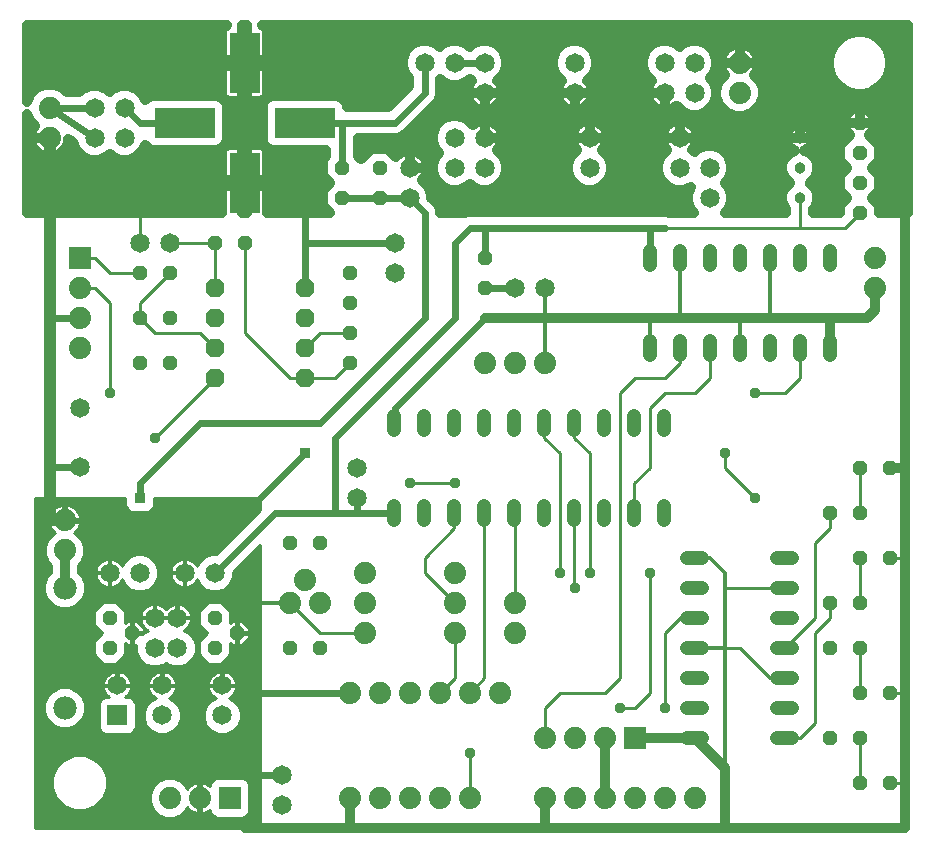
<source format=gbl>
G75*
G70*
%OFA0B0*%
%FSLAX24Y24*%
%IPPOS*%
%LPD*%
%AMOC8*
5,1,8,0,0,1.08239X$1,22.5*
%
%ADD10C,0.0480*%
%ADD11C,0.0650*%
%ADD12OC8,0.0480*%
%ADD13C,0.0740*%
%ADD14R,0.0740X0.0740*%
%ADD15C,0.0780*%
%ADD16C,0.0380*%
%ADD17OC8,0.0630*%
%ADD18R,0.0650X0.0650*%
%ADD19R,0.2000X0.1000*%
%ADD20R,0.1000X0.2000*%
%ADD21C,0.0100*%
%ADD22C,0.0320*%
%ADD23C,0.0120*%
%ADD24C,0.0376*%
%ADD25C,0.0400*%
%ADD26C,0.0240*%
%ADD27R,0.0376X0.0376*%
D10*
X012985Y010940D02*
X012985Y011420D01*
X013985Y011420D02*
X013985Y010940D01*
X014985Y010940D02*
X014985Y011420D01*
X015985Y011420D02*
X015985Y010940D01*
X016985Y010940D02*
X016985Y011420D01*
X017985Y011420D02*
X017985Y010940D01*
X018985Y010940D02*
X018985Y011420D01*
X019985Y011420D02*
X019985Y010940D01*
X020985Y010940D02*
X020985Y011420D01*
X021985Y011420D02*
X021985Y010940D01*
X022747Y009680D02*
X023227Y009680D01*
X023227Y008680D02*
X022747Y008680D01*
X022747Y007680D02*
X023227Y007680D01*
X023227Y006680D02*
X022747Y006680D01*
X022747Y005680D02*
X023227Y005680D01*
X023227Y004680D02*
X022747Y004680D01*
X022747Y003680D02*
X023227Y003680D01*
X025747Y003680D02*
X026227Y003680D01*
X026227Y004680D02*
X025747Y004680D01*
X025747Y005680D02*
X026227Y005680D01*
X026227Y006680D02*
X025747Y006680D01*
X025747Y007680D02*
X026227Y007680D01*
X026227Y008680D02*
X025747Y008680D01*
X025747Y009680D02*
X026227Y009680D01*
X021985Y013940D02*
X021985Y014420D01*
X020985Y014420D02*
X020985Y013940D01*
X019985Y013940D02*
X019985Y014420D01*
X018985Y014420D02*
X018985Y013940D01*
X017985Y013940D02*
X017985Y014420D01*
X016985Y014420D02*
X016985Y013940D01*
X015985Y013940D02*
X015985Y014420D01*
X014985Y014420D02*
X014985Y013940D01*
X013985Y013940D02*
X013985Y014420D01*
X012985Y014420D02*
X012985Y013940D01*
X021487Y016440D02*
X021487Y016920D01*
X022487Y016920D02*
X022487Y016440D01*
X023487Y016440D02*
X023487Y016920D01*
X024487Y016920D02*
X024487Y016440D01*
X025487Y016440D02*
X025487Y016920D01*
X026487Y016920D02*
X026487Y016440D01*
X027487Y016440D02*
X027487Y016920D01*
X027487Y019440D02*
X027487Y019920D01*
X026487Y019920D02*
X026487Y019440D01*
X025487Y019440D02*
X025487Y019920D01*
X024487Y019920D02*
X024487Y019440D01*
X023487Y019440D02*
X023487Y019920D01*
X022487Y019920D02*
X022487Y019440D01*
X021487Y019440D02*
X021487Y019920D01*
D11*
X023487Y021680D03*
X023487Y022680D03*
X022487Y022680D03*
X022487Y023680D03*
X022987Y025180D03*
X022987Y026180D03*
X021987Y026180D03*
X021987Y025180D03*
X019487Y023680D03*
X019487Y022680D03*
X018987Y025180D03*
X018987Y026180D03*
X015987Y026180D03*
X015987Y025180D03*
X014987Y026180D03*
X013987Y026180D03*
X014987Y023680D03*
X014987Y022680D03*
X015987Y022680D03*
X015987Y023680D03*
X013487Y022680D03*
X013487Y021680D03*
X012987Y020180D03*
X012987Y019180D03*
X016987Y018680D03*
X017987Y018680D03*
X011737Y012680D03*
X011737Y011680D03*
X006987Y009180D03*
X005987Y009180D03*
X004487Y009180D03*
X003487Y009180D03*
X004987Y007680D03*
X005737Y007680D03*
X005737Y006680D03*
X004987Y006680D03*
X005237Y005430D03*
X005237Y004430D03*
X003737Y005430D03*
X007237Y005430D03*
X007237Y004430D03*
X009237Y002430D03*
X009237Y001430D03*
X002487Y012696D03*
X002487Y014664D03*
X004487Y020180D03*
X005487Y020180D03*
X003987Y023680D03*
X003987Y024680D03*
X002987Y024680D03*
X002987Y023680D03*
D12*
X006987Y020180D03*
X007987Y020180D03*
X005487Y019180D03*
X004487Y019180D03*
X004487Y017680D03*
X005487Y017680D03*
X005487Y016180D03*
X004487Y016180D03*
X009487Y010180D03*
X010487Y010180D03*
X007737Y007180D03*
X006987Y006680D03*
X006987Y007680D03*
X009487Y006680D03*
X010487Y006680D03*
X004237Y007180D03*
X003487Y006680D03*
X003487Y007680D03*
X011487Y016180D03*
X011487Y017180D03*
X011487Y018180D03*
X011487Y019180D03*
X011237Y021680D03*
X011237Y022680D03*
X012487Y022680D03*
X012487Y021680D03*
X015987Y019680D03*
X015987Y018680D03*
X027487Y011180D03*
X028487Y011180D03*
X028487Y012680D03*
X029487Y012680D03*
X029487Y009680D03*
X028487Y009680D03*
X028487Y008180D03*
X027487Y008180D03*
X027487Y006680D03*
X028487Y006680D03*
X028487Y005180D03*
X029487Y005180D03*
X028487Y003680D03*
X027487Y003680D03*
X028487Y002180D03*
X029487Y002180D03*
X028487Y021180D03*
X028487Y022180D03*
X028487Y023180D03*
X028487Y024180D03*
D13*
X024487Y025180D03*
X024487Y026180D03*
X028987Y019680D03*
X028987Y018680D03*
X017987Y016180D03*
X016987Y016180D03*
X015987Y016180D03*
X014987Y009180D03*
X014987Y008180D03*
X014987Y007180D03*
X016987Y007180D03*
X016987Y008180D03*
X016487Y005180D03*
X015487Y005180D03*
X014487Y005180D03*
X013487Y005180D03*
X012487Y005180D03*
X011487Y005180D03*
X011987Y007180D03*
X011987Y008180D03*
X011987Y009180D03*
X010487Y008180D03*
X009987Y008930D03*
X009487Y008180D03*
X011487Y001680D03*
X012487Y001680D03*
X013487Y001680D03*
X014487Y001680D03*
X015487Y001680D03*
X017987Y001680D03*
X018987Y001680D03*
X019987Y001680D03*
X020987Y001680D03*
X021987Y001680D03*
X022987Y001680D03*
X019987Y003680D03*
X018987Y003680D03*
X017987Y003680D03*
X006487Y001680D03*
X005487Y001680D03*
X001987Y009930D03*
X001987Y010930D03*
X002487Y016680D03*
X002487Y017680D03*
X002487Y018680D03*
X001487Y023680D03*
X001487Y024680D03*
D14*
X002487Y019680D03*
X020987Y003680D03*
X007487Y001680D03*
D15*
X001987Y004680D03*
X001987Y008680D03*
D16*
X026487Y021680D03*
X026487Y022680D03*
X026487Y023680D03*
D17*
X009987Y018680D03*
X009987Y017680D03*
X009987Y016680D03*
X009987Y015680D03*
X006987Y015680D03*
X006987Y016680D03*
X006987Y017680D03*
X006987Y018680D03*
D18*
X003737Y004430D03*
D19*
X005987Y024180D03*
X009987Y024180D03*
D20*
X007987Y022180D03*
X007987Y026180D03*
D21*
X000987Y011680D02*
X000987Y000680D01*
X008487Y000680D01*
X008487Y010100D01*
X007602Y009215D01*
X007602Y009058D01*
X007508Y008832D01*
X007335Y008659D01*
X007109Y008565D01*
X006864Y008565D01*
X006638Y008659D01*
X006465Y008832D01*
X006410Y008965D01*
X006393Y008931D01*
X006349Y008871D01*
X006296Y008818D01*
X006236Y008774D01*
X006169Y008740D01*
X006098Y008717D01*
X006024Y008705D01*
X006006Y008705D01*
X006006Y009161D01*
X005968Y009161D01*
X005968Y008705D01*
X005949Y008705D01*
X005875Y008717D01*
X005804Y008740D01*
X005738Y008774D01*
X005677Y008818D01*
X005624Y008871D01*
X005580Y008931D01*
X005546Y008998D01*
X005523Y009069D01*
X005512Y009143D01*
X005512Y009161D01*
X005968Y009161D01*
X005968Y009199D01*
X005968Y009655D01*
X005949Y009655D01*
X005875Y009643D01*
X005804Y009620D01*
X005738Y009586D01*
X005677Y009542D01*
X005624Y009489D01*
X005580Y009429D01*
X005546Y009362D01*
X005523Y009291D01*
X005512Y009217D01*
X005512Y009199D01*
X005968Y009199D01*
X006006Y009199D01*
X006006Y009655D01*
X006024Y009655D01*
X006098Y009643D01*
X006169Y009620D01*
X006236Y009586D01*
X006296Y009542D01*
X006349Y009489D01*
X006393Y009429D01*
X006410Y009395D01*
X006465Y009528D01*
X006638Y009701D01*
X006864Y009795D01*
X007022Y009795D01*
X008487Y011260D01*
X008487Y011680D01*
X004965Y011680D01*
X004965Y011434D01*
X004921Y011328D01*
X004839Y011246D01*
X004732Y011202D01*
X004241Y011202D01*
X004134Y011246D01*
X004053Y011328D01*
X004009Y011434D01*
X004009Y011680D01*
X000987Y011680D01*
X000987Y011606D02*
X004009Y011606D01*
X004009Y011508D02*
X000987Y011508D01*
X000987Y011409D02*
X001781Y011409D01*
X001787Y011412D02*
X001714Y011375D01*
X001648Y011327D01*
X001590Y011269D01*
X001542Y011203D01*
X001505Y011130D01*
X001479Y011052D01*
X001468Y010980D01*
X001937Y010980D01*
X001937Y011449D01*
X001865Y011437D01*
X001787Y011412D01*
X001937Y011409D02*
X002037Y011409D01*
X002037Y011449D02*
X002108Y011437D01*
X002186Y011412D01*
X002259Y011375D01*
X002325Y011327D01*
X002383Y011269D01*
X002431Y011203D01*
X002469Y011130D01*
X002494Y011052D01*
X002505Y010980D01*
X002037Y010980D01*
X002037Y010880D01*
X002505Y010880D01*
X002494Y010808D01*
X002469Y010730D01*
X002431Y010657D01*
X002383Y010591D01*
X002325Y010533D01*
X002300Y010515D01*
X002361Y010490D01*
X002546Y010304D01*
X002647Y010061D01*
X002647Y009799D01*
X002546Y009556D01*
X002437Y009447D01*
X002437Y009192D01*
X002563Y009065D01*
X002667Y008815D01*
X002667Y008545D01*
X002563Y008295D01*
X002372Y008104D01*
X002122Y008000D01*
X001851Y008000D01*
X001601Y008104D01*
X001410Y008295D01*
X001307Y008545D01*
X001307Y008815D01*
X001410Y009065D01*
X001537Y009192D01*
X001537Y009447D01*
X001427Y009556D01*
X001327Y009799D01*
X001327Y010061D01*
X001427Y010304D01*
X001613Y010490D01*
X001674Y010515D01*
X001648Y010533D01*
X001590Y010591D01*
X001542Y010657D01*
X001505Y010730D01*
X001479Y010808D01*
X001468Y010880D01*
X001937Y010880D01*
X001937Y010980D01*
X002037Y010980D01*
X002037Y011449D01*
X002037Y011311D02*
X001937Y011311D01*
X001937Y011212D02*
X002037Y011212D01*
X002037Y011114D02*
X001937Y011114D01*
X001937Y011015D02*
X002037Y011015D01*
X002037Y010917D02*
X008143Y010917D01*
X008242Y011015D02*
X002500Y011015D01*
X002474Y011114D02*
X008340Y011114D01*
X008439Y011212D02*
X004757Y011212D01*
X004904Y011311D02*
X008487Y011311D01*
X008487Y011409D02*
X004954Y011409D01*
X004965Y011508D02*
X008487Y011508D01*
X008487Y011606D02*
X004965Y011606D01*
X004216Y011212D02*
X002425Y011212D01*
X002342Y011311D02*
X004070Y011311D01*
X004019Y011409D02*
X002192Y011409D01*
X001937Y010917D02*
X000987Y010917D01*
X000987Y011015D02*
X001474Y011015D01*
X001500Y011114D02*
X000987Y011114D01*
X000987Y011212D02*
X001549Y011212D01*
X001632Y011311D02*
X000987Y011311D01*
X000987Y010818D02*
X001478Y010818D01*
X001510Y010720D02*
X000987Y010720D01*
X000987Y010621D02*
X001568Y010621D01*
X001663Y010523D02*
X000987Y010523D01*
X000987Y010424D02*
X001547Y010424D01*
X001449Y010326D02*
X000987Y010326D01*
X000987Y010227D02*
X001395Y010227D01*
X001355Y010129D02*
X000987Y010129D01*
X000987Y010030D02*
X001327Y010030D01*
X001327Y009932D02*
X000987Y009932D01*
X000987Y009833D02*
X001327Y009833D01*
X001353Y009735D02*
X000987Y009735D01*
X000987Y009636D02*
X001394Y009636D01*
X001446Y009538D02*
X000987Y009538D01*
X000987Y009439D02*
X001537Y009439D01*
X001537Y009341D02*
X000987Y009341D01*
X000987Y009242D02*
X001537Y009242D01*
X001489Y009144D02*
X000987Y009144D01*
X000987Y009045D02*
X001402Y009045D01*
X001361Y008947D02*
X000987Y008947D01*
X000987Y008848D02*
X001320Y008848D01*
X001307Y008750D02*
X000987Y008750D01*
X000987Y008651D02*
X001307Y008651D01*
X001307Y008553D02*
X000987Y008553D01*
X000987Y008454D02*
X001344Y008454D01*
X001385Y008356D02*
X000987Y008356D01*
X000987Y008257D02*
X001448Y008257D01*
X001546Y008159D02*
X000987Y008159D01*
X000987Y008060D02*
X001707Y008060D01*
X002267Y008060D02*
X003117Y008060D01*
X003019Y007962D02*
X000987Y007962D01*
X000987Y007863D02*
X002957Y007863D01*
X002957Y007900D02*
X002957Y007460D01*
X003237Y007180D01*
X002957Y006900D01*
X002957Y006460D01*
X003267Y006150D01*
X003706Y006150D01*
X004017Y006460D01*
X004017Y006848D01*
X004075Y006790D01*
X004207Y006790D01*
X004207Y007150D01*
X004267Y007150D01*
X004267Y007210D01*
X004627Y007210D01*
X004627Y007342D01*
X004398Y007570D01*
X004267Y007570D01*
X004267Y007210D01*
X004207Y007210D01*
X004207Y007570D01*
X004075Y007570D01*
X004017Y007512D01*
X004017Y007900D01*
X003706Y008210D01*
X003267Y008210D01*
X002957Y007900D01*
X002957Y007765D02*
X000987Y007765D01*
X000987Y007666D02*
X002957Y007666D01*
X002957Y007568D02*
X000987Y007568D01*
X000987Y007469D02*
X002957Y007469D01*
X003047Y007371D02*
X000987Y007371D01*
X000987Y007272D02*
X003145Y007272D01*
X003231Y007174D02*
X000987Y007174D01*
X000987Y007075D02*
X003132Y007075D01*
X003034Y006977D02*
X000987Y006977D01*
X000987Y006878D02*
X002957Y006878D01*
X002957Y006780D02*
X000987Y006780D01*
X000987Y006681D02*
X002957Y006681D01*
X002957Y006583D02*
X000987Y006583D01*
X000987Y006484D02*
X002957Y006484D01*
X003032Y006386D02*
X000987Y006386D01*
X000987Y006287D02*
X003130Y006287D01*
X003229Y006189D02*
X000987Y006189D01*
X000987Y006090D02*
X004804Y006090D01*
X004864Y006065D02*
X005109Y006065D01*
X005335Y006159D01*
X005362Y006185D01*
X005388Y006159D01*
X005614Y006065D01*
X005859Y006065D01*
X006085Y006159D01*
X006258Y006332D01*
X006352Y006558D01*
X006352Y006802D01*
X006258Y007028D01*
X006085Y007201D01*
X005952Y007257D01*
X005986Y007274D01*
X006046Y007318D01*
X006099Y007371D01*
X006143Y007431D01*
X006177Y007498D01*
X006200Y007569D01*
X006212Y007643D01*
X006212Y007661D01*
X005756Y007661D01*
X005756Y007699D01*
X006212Y007699D01*
X006212Y007717D01*
X006200Y007791D01*
X006177Y007862D01*
X006143Y007929D01*
X006099Y007989D01*
X006046Y008042D01*
X005986Y008086D01*
X005919Y008120D01*
X005848Y008143D01*
X005774Y008155D01*
X005756Y008155D01*
X005756Y007699D01*
X005718Y007699D01*
X005718Y008155D01*
X005699Y008155D01*
X005625Y008143D01*
X005554Y008120D01*
X005488Y008086D01*
X005427Y008042D01*
X005374Y007989D01*
X005362Y007972D01*
X005349Y007989D01*
X005296Y008042D01*
X005236Y008086D01*
X005169Y008120D01*
X005098Y008143D01*
X005024Y008155D01*
X005006Y008155D01*
X005006Y007699D01*
X005262Y007699D01*
X005718Y007699D01*
X005718Y007661D01*
X005006Y007661D01*
X005006Y007699D01*
X004968Y007699D01*
X004968Y008155D01*
X004949Y008155D01*
X004875Y008143D01*
X004804Y008120D01*
X004738Y008086D01*
X004677Y008042D01*
X004624Y007989D01*
X004580Y007929D01*
X004546Y007862D01*
X004523Y007791D01*
X004512Y007717D01*
X004512Y007699D01*
X004968Y007699D01*
X004968Y007661D01*
X004512Y007661D01*
X004512Y007643D01*
X004523Y007569D01*
X004546Y007498D01*
X004580Y007431D01*
X004624Y007371D01*
X004677Y007318D01*
X004738Y007274D01*
X004771Y007257D01*
X004638Y007201D01*
X004587Y007150D01*
X004267Y007150D01*
X004267Y006790D01*
X004372Y006790D01*
X004372Y006558D01*
X004465Y006332D01*
X004638Y006159D01*
X004864Y006065D01*
X004988Y005836D02*
X004927Y005792D01*
X004874Y005739D01*
X004830Y005679D01*
X004796Y005612D01*
X004773Y005541D01*
X004762Y005467D01*
X004762Y005449D01*
X005218Y005449D01*
X005218Y005905D01*
X005199Y005905D01*
X005125Y005893D01*
X003849Y005893D01*
X003848Y005893D02*
X003774Y005905D01*
X003756Y005905D01*
X003756Y005449D01*
X004212Y005449D01*
X004212Y005467D01*
X004200Y005541D01*
X004177Y005612D01*
X004143Y005679D01*
X004099Y005739D01*
X004046Y005792D01*
X003986Y005836D01*
X003919Y005870D01*
X003848Y005893D01*
X003756Y005893D02*
X003718Y005893D01*
X003718Y005905D02*
X003699Y005905D01*
X003625Y005893D01*
X000987Y005893D01*
X000987Y005795D02*
X003430Y005795D01*
X003427Y005792D02*
X003374Y005739D01*
X003330Y005679D01*
X003296Y005612D01*
X003273Y005541D01*
X003262Y005467D01*
X003262Y005449D01*
X003718Y005449D01*
X003718Y005905D01*
X003625Y005893D02*
X003554Y005870D01*
X003488Y005836D01*
X003427Y005792D01*
X003343Y005696D02*
X000987Y005696D01*
X000987Y005598D02*
X003292Y005598D01*
X003267Y005499D02*
X000987Y005499D01*
X000987Y005401D02*
X003262Y005401D01*
X003262Y005393D02*
X003273Y005319D01*
X003296Y005248D01*
X003330Y005181D01*
X003374Y005121D01*
X003427Y005068D01*
X003458Y005045D01*
X003354Y005045D01*
X003247Y005001D01*
X003166Y004919D01*
X003122Y004813D01*
X003122Y004047D01*
X003166Y003941D01*
X003247Y003859D01*
X003354Y003815D01*
X004119Y003815D01*
X004226Y003859D01*
X004308Y003941D01*
X004352Y004047D01*
X004352Y004813D01*
X004308Y004919D01*
X004226Y005001D01*
X004119Y005045D01*
X004015Y005045D01*
X004046Y005068D01*
X004099Y005121D01*
X004143Y005181D01*
X004177Y005248D01*
X004200Y005319D01*
X004212Y005393D01*
X004212Y005411D01*
X003756Y005411D01*
X003756Y005449D01*
X003718Y005449D01*
X003718Y005411D01*
X003262Y005411D01*
X003262Y005393D01*
X003279Y005302D02*
X002262Y005302D01*
X002372Y005256D02*
X002122Y005360D01*
X001851Y005360D01*
X001601Y005256D01*
X001410Y005065D01*
X001307Y004815D01*
X001307Y004545D01*
X001410Y004295D01*
X001601Y004104D01*
X001851Y004000D01*
X002122Y004000D01*
X002372Y004104D01*
X002563Y004295D01*
X002667Y004545D01*
X002667Y004815D01*
X002563Y005065D01*
X002372Y005256D01*
X002425Y005204D02*
X003319Y005204D01*
X003390Y005105D02*
X002523Y005105D01*
X002587Y005007D02*
X003261Y005007D01*
X003161Y004908D02*
X002628Y004908D01*
X002667Y004810D02*
X003122Y004810D01*
X003122Y004711D02*
X002667Y004711D01*
X002667Y004613D02*
X003122Y004613D01*
X003122Y004514D02*
X002654Y004514D01*
X002613Y004416D02*
X003122Y004416D01*
X003122Y004317D02*
X002572Y004317D01*
X002487Y004219D02*
X003122Y004219D01*
X003122Y004120D02*
X002388Y004120D01*
X002174Y004022D02*
X003132Y004022D01*
X003184Y003923D02*
X000987Y003923D01*
X000987Y003825D02*
X003331Y003825D01*
X003005Y002956D02*
X002669Y003095D01*
X002305Y003095D01*
X001968Y002956D01*
X001711Y002698D01*
X001572Y002362D01*
X001572Y001998D01*
X001711Y001662D01*
X001968Y001404D01*
X002305Y001265D01*
X002669Y001265D01*
X003005Y001404D01*
X003262Y001662D01*
X003402Y001998D01*
X003402Y002362D01*
X003262Y002698D01*
X003005Y002956D01*
X003023Y002938D02*
X008487Y002938D01*
X008487Y002840D02*
X003121Y002840D01*
X003220Y002741D02*
X008487Y002741D01*
X008487Y002643D02*
X003285Y002643D01*
X003326Y002544D02*
X008487Y002544D01*
X008487Y002446D02*
X003367Y002446D01*
X003402Y002347D02*
X008487Y002347D01*
X008487Y002249D02*
X008068Y002249D01*
X008103Y002214D02*
X008021Y002296D01*
X007914Y002340D01*
X007059Y002340D01*
X006952Y002296D01*
X006871Y002214D01*
X006827Y002108D01*
X006827Y002075D01*
X006825Y002077D01*
X006759Y002125D01*
X006686Y002162D01*
X006608Y002187D01*
X006535Y002199D01*
X006535Y001728D01*
X006438Y001728D01*
X006438Y002199D01*
X006365Y002187D01*
X006287Y002162D01*
X006214Y002125D01*
X006148Y002077D01*
X006090Y002019D01*
X006071Y001993D01*
X006046Y002054D01*
X005861Y002240D01*
X005618Y002340D01*
X005355Y002340D01*
X005113Y002240D01*
X004927Y002054D01*
X004827Y001811D01*
X004827Y001549D01*
X004927Y001306D01*
X005113Y001120D01*
X005355Y001020D01*
X005618Y001020D01*
X005861Y001120D01*
X006046Y001306D01*
X006071Y001367D01*
X006090Y001341D01*
X006148Y001283D01*
X006214Y001235D01*
X006287Y001198D01*
X006365Y001173D01*
X006438Y001161D01*
X006438Y001632D01*
X006535Y001632D01*
X006535Y001161D01*
X006608Y001173D01*
X006686Y001198D01*
X006759Y001235D01*
X006825Y001283D01*
X006827Y001285D01*
X006827Y001252D01*
X006871Y001146D01*
X006952Y001064D01*
X007059Y001020D01*
X007914Y001020D01*
X008021Y001064D01*
X008103Y001146D01*
X008147Y001252D01*
X008147Y002108D01*
X008103Y002214D01*
X008129Y002150D02*
X008487Y002150D01*
X008487Y002052D02*
X008147Y002052D01*
X008147Y001953D02*
X008487Y001953D01*
X008487Y001855D02*
X008147Y001855D01*
X008147Y001756D02*
X008487Y001756D01*
X008487Y001658D02*
X008147Y001658D01*
X008147Y001559D02*
X008487Y001559D01*
X008487Y001461D02*
X008147Y001461D01*
X008147Y001362D02*
X008487Y001362D01*
X008487Y001264D02*
X008147Y001264D01*
X008110Y001165D02*
X008487Y001165D01*
X008487Y001067D02*
X008023Y001067D01*
X008487Y000968D02*
X000987Y000968D01*
X000987Y000870D02*
X008487Y000870D01*
X008487Y000771D02*
X000987Y000771D01*
X000987Y001067D02*
X005243Y001067D01*
X005068Y001165D02*
X000987Y001165D01*
X000987Y001264D02*
X004970Y001264D01*
X004904Y001362D02*
X002903Y001362D01*
X003061Y001461D02*
X004863Y001461D01*
X004827Y001559D02*
X003160Y001559D01*
X003258Y001658D02*
X004827Y001658D01*
X004827Y001756D02*
X003301Y001756D01*
X003342Y001855D02*
X004845Y001855D01*
X004885Y001953D02*
X003383Y001953D01*
X003402Y002052D02*
X004926Y002052D01*
X005023Y002150D02*
X003402Y002150D01*
X003402Y002249D02*
X005134Y002249D01*
X005839Y002249D02*
X006905Y002249D01*
X006844Y002150D02*
X006710Y002150D01*
X006535Y002150D02*
X006438Y002150D01*
X006438Y002052D02*
X006535Y002052D01*
X006535Y001953D02*
X006438Y001953D01*
X006438Y001855D02*
X006535Y001855D01*
X006535Y001756D02*
X006438Y001756D01*
X006438Y001559D02*
X006535Y001559D01*
X006535Y001461D02*
X006438Y001461D01*
X006438Y001362D02*
X006535Y001362D01*
X006535Y001264D02*
X006438Y001264D01*
X006438Y001165D02*
X006535Y001165D01*
X006559Y001165D02*
X006863Y001165D01*
X006827Y001264D02*
X006798Y001264D01*
X006950Y001067D02*
X005730Y001067D01*
X005905Y001165D02*
X006414Y001165D01*
X006175Y001264D02*
X006004Y001264D01*
X006069Y001362D02*
X006075Y001362D01*
X006047Y002052D02*
X006123Y002052D01*
X006264Y002150D02*
X005950Y002150D01*
X005359Y003815D02*
X005114Y003815D01*
X004888Y003909D01*
X004715Y004082D01*
X004622Y004308D01*
X004622Y004552D01*
X004715Y004778D01*
X004888Y004951D01*
X005021Y005007D01*
X004212Y005007D01*
X004312Y004908D02*
X004845Y004908D01*
X004746Y004810D02*
X004352Y004810D01*
X004352Y004711D02*
X004687Y004711D01*
X004647Y004613D02*
X004352Y004613D01*
X004352Y004514D02*
X004622Y004514D01*
X004622Y004416D02*
X004352Y004416D01*
X004352Y004317D02*
X004622Y004317D01*
X004659Y004219D02*
X004352Y004219D01*
X004352Y004120D02*
X004699Y004120D01*
X004775Y004022D02*
X004341Y004022D01*
X004290Y003923D02*
X004874Y003923D01*
X005091Y003825D02*
X004142Y003825D01*
X005359Y003815D02*
X005585Y003909D01*
X005758Y004082D01*
X005852Y004308D01*
X005852Y004552D01*
X005758Y004778D01*
X005585Y004951D01*
X005452Y005007D01*
X005486Y005024D01*
X005546Y005068D01*
X005599Y005121D01*
X005643Y005181D01*
X005677Y005248D01*
X005700Y005319D01*
X005712Y005393D01*
X005712Y005411D01*
X005256Y005411D01*
X005256Y005449D01*
X005712Y005449D01*
X005712Y005467D01*
X005700Y005541D01*
X005677Y005612D01*
X005643Y005679D01*
X005599Y005739D01*
X005546Y005792D01*
X005486Y005836D01*
X005419Y005870D01*
X005348Y005893D01*
X005274Y005905D01*
X005256Y005905D01*
X005256Y005449D01*
X005218Y005449D01*
X005218Y005411D01*
X004762Y005411D01*
X004762Y005393D01*
X004773Y005319D01*
X004796Y005248D01*
X004830Y005181D01*
X004874Y005121D01*
X004927Y005068D01*
X004988Y005024D01*
X005021Y005007D01*
X004890Y005105D02*
X004083Y005105D01*
X004154Y005204D02*
X004819Y005204D01*
X004779Y005302D02*
X004195Y005302D01*
X004212Y005401D02*
X004762Y005401D01*
X004767Y005499D02*
X004207Y005499D01*
X004182Y005598D02*
X004792Y005598D01*
X004843Y005696D02*
X004131Y005696D01*
X004043Y005795D02*
X004930Y005795D01*
X004988Y005836D02*
X005054Y005870D01*
X005125Y005893D01*
X005218Y005893D02*
X005256Y005893D01*
X005349Y005893D02*
X007125Y005893D01*
X007054Y005870D01*
X006988Y005836D01*
X006927Y005792D01*
X006874Y005739D01*
X006830Y005679D01*
X006796Y005612D01*
X006773Y005541D01*
X006762Y005467D01*
X006762Y005449D01*
X007218Y005449D01*
X007218Y005905D01*
X007199Y005905D01*
X007125Y005893D01*
X007218Y005893D02*
X007256Y005893D01*
X007256Y005905D02*
X007256Y005449D01*
X007712Y005449D01*
X007712Y005467D01*
X007700Y005541D01*
X007677Y005612D01*
X007643Y005679D01*
X007599Y005739D01*
X007546Y005792D01*
X007486Y005836D01*
X007419Y005870D01*
X007348Y005893D01*
X007274Y005905D01*
X007256Y005905D01*
X007349Y005893D02*
X008487Y005893D01*
X008487Y005795D02*
X007543Y005795D01*
X007631Y005696D02*
X008487Y005696D01*
X008487Y005598D02*
X007682Y005598D01*
X007707Y005499D02*
X008487Y005499D01*
X008487Y005401D02*
X007712Y005401D01*
X007712Y005393D02*
X007712Y005411D01*
X007256Y005411D01*
X007256Y005449D01*
X007218Y005449D01*
X007218Y005411D01*
X006762Y005411D01*
X006762Y005393D01*
X006773Y005319D01*
X006796Y005248D01*
X006830Y005181D01*
X006874Y005121D01*
X006927Y005068D01*
X006988Y005024D01*
X007021Y005007D01*
X005452Y005007D01*
X005583Y005105D02*
X006890Y005105D01*
X006819Y005204D02*
X005654Y005204D01*
X005695Y005302D02*
X006779Y005302D01*
X006762Y005401D02*
X005712Y005401D01*
X005707Y005499D02*
X006767Y005499D01*
X006792Y005598D02*
X005682Y005598D01*
X005631Y005696D02*
X006843Y005696D01*
X006930Y005795D02*
X005543Y005795D01*
X005256Y005795D02*
X005218Y005795D01*
X005218Y005696D02*
X005256Y005696D01*
X005256Y005598D02*
X005218Y005598D01*
X005218Y005499D02*
X005256Y005499D01*
X005169Y006090D02*
X005554Y006090D01*
X005919Y006090D02*
X008487Y006090D01*
X008487Y005992D02*
X000987Y005992D01*
X000987Y005302D02*
X001711Y005302D01*
X001549Y005204D02*
X000987Y005204D01*
X000987Y005105D02*
X001450Y005105D01*
X001386Y005007D02*
X000987Y005007D01*
X000987Y004908D02*
X001345Y004908D01*
X001307Y004810D02*
X000987Y004810D01*
X000987Y004711D02*
X001307Y004711D01*
X001307Y004613D02*
X000987Y004613D01*
X000987Y004514D02*
X001319Y004514D01*
X001360Y004416D02*
X000987Y004416D01*
X000987Y004317D02*
X001401Y004317D01*
X001486Y004219D02*
X000987Y004219D01*
X000987Y004120D02*
X001585Y004120D01*
X001799Y004022D02*
X000987Y004022D01*
X000987Y003726D02*
X008487Y003726D01*
X008487Y003628D02*
X000987Y003628D01*
X000987Y003529D02*
X008487Y003529D01*
X008487Y003431D02*
X000987Y003431D01*
X000987Y003332D02*
X008487Y003332D01*
X008487Y003234D02*
X000987Y003234D01*
X000987Y003135D02*
X008487Y003135D01*
X008487Y003037D02*
X002810Y003037D01*
X002163Y003037D02*
X000987Y003037D01*
X000987Y002938D02*
X001951Y002938D01*
X001852Y002840D02*
X000987Y002840D01*
X000987Y002741D02*
X001754Y002741D01*
X001688Y002643D02*
X000987Y002643D01*
X000987Y002544D02*
X001647Y002544D01*
X001606Y002446D02*
X000987Y002446D01*
X000987Y002347D02*
X001572Y002347D01*
X001572Y002249D02*
X000987Y002249D01*
X000987Y002150D02*
X001572Y002150D01*
X001572Y002052D02*
X000987Y002052D01*
X000987Y001953D02*
X001590Y001953D01*
X001631Y001855D02*
X000987Y001855D01*
X000987Y001756D02*
X001672Y001756D01*
X001715Y001658D02*
X000987Y001658D01*
X000987Y001559D02*
X001814Y001559D01*
X001912Y001461D02*
X000987Y001461D01*
X000987Y001362D02*
X002070Y001362D01*
X005382Y003825D02*
X007091Y003825D01*
X007114Y003815D02*
X007359Y003815D01*
X007585Y003909D01*
X007758Y004082D01*
X007852Y004308D01*
X007852Y004552D01*
X007758Y004778D01*
X007585Y004951D01*
X007452Y005007D01*
X007486Y005024D01*
X007546Y005068D01*
X007599Y005121D01*
X007643Y005181D01*
X007677Y005248D01*
X007700Y005319D01*
X007712Y005393D01*
X007695Y005302D02*
X008487Y005302D01*
X008487Y005204D02*
X007654Y005204D01*
X007583Y005105D02*
X008487Y005105D01*
X008487Y005007D02*
X007452Y005007D01*
X007628Y004908D02*
X008487Y004908D01*
X008487Y004810D02*
X007727Y004810D01*
X007786Y004711D02*
X008487Y004711D01*
X008487Y004613D02*
X007827Y004613D01*
X007852Y004514D02*
X008487Y004514D01*
X008487Y004416D02*
X007852Y004416D01*
X007852Y004317D02*
X008487Y004317D01*
X008487Y004219D02*
X007815Y004219D01*
X007774Y004120D02*
X008487Y004120D01*
X008487Y004022D02*
X007698Y004022D01*
X007599Y003923D02*
X008487Y003923D01*
X008487Y003825D02*
X007382Y003825D01*
X007114Y003815D02*
X006888Y003909D01*
X006715Y004082D01*
X006622Y004308D01*
X006622Y004552D01*
X006715Y004778D01*
X006888Y004951D01*
X007021Y005007D01*
X006845Y004908D02*
X005628Y004908D01*
X005727Y004810D02*
X006746Y004810D01*
X006687Y004711D02*
X005786Y004711D01*
X005827Y004613D02*
X006647Y004613D01*
X006622Y004514D02*
X005852Y004514D01*
X005852Y004416D02*
X006622Y004416D01*
X006622Y004317D02*
X005852Y004317D01*
X005815Y004219D02*
X006659Y004219D01*
X006699Y004120D02*
X005774Y004120D01*
X005698Y004022D02*
X006775Y004022D01*
X006874Y003923D02*
X005599Y003923D01*
X007218Y005499D02*
X007256Y005499D01*
X007256Y005598D02*
X007218Y005598D01*
X007218Y005696D02*
X007256Y005696D01*
X007256Y005795D02*
X007218Y005795D01*
X007206Y006150D02*
X006767Y006150D01*
X006457Y006460D01*
X006457Y006900D01*
X006737Y007180D01*
X006457Y007460D01*
X006457Y007900D01*
X006767Y008210D01*
X007206Y008210D01*
X007517Y007900D01*
X007517Y007512D01*
X007575Y007570D01*
X007707Y007570D01*
X007707Y007210D01*
X007767Y007210D01*
X008127Y007210D01*
X008127Y007342D01*
X007898Y007570D01*
X007767Y007570D01*
X007767Y007210D01*
X007767Y007150D01*
X008127Y007150D01*
X008127Y007018D01*
X007898Y006790D01*
X007767Y006790D01*
X007767Y007150D01*
X007707Y007150D01*
X007707Y006790D01*
X007575Y006790D01*
X007517Y006848D01*
X007517Y006460D01*
X007206Y006150D01*
X007245Y006189D02*
X008487Y006189D01*
X008487Y006287D02*
X007343Y006287D01*
X007442Y006386D02*
X008487Y006386D01*
X008487Y006484D02*
X007517Y006484D01*
X007517Y006583D02*
X008487Y006583D01*
X008487Y006681D02*
X007517Y006681D01*
X007517Y006780D02*
X008487Y006780D01*
X008487Y006878D02*
X007986Y006878D01*
X008085Y006977D02*
X008487Y006977D01*
X008487Y007075D02*
X008127Y007075D01*
X008127Y007272D02*
X008487Y007272D01*
X008487Y007174D02*
X007767Y007174D01*
X007767Y007272D02*
X007707Y007272D01*
X007707Y007371D02*
X007767Y007371D01*
X007767Y007469D02*
X007707Y007469D01*
X007707Y007568D02*
X007767Y007568D01*
X007901Y007568D02*
X008487Y007568D01*
X008487Y007666D02*
X007517Y007666D01*
X007517Y007568D02*
X007573Y007568D01*
X007517Y007765D02*
X008487Y007765D01*
X008487Y007863D02*
X007517Y007863D01*
X007455Y007962D02*
X008487Y007962D01*
X008487Y008060D02*
X007356Y008060D01*
X007258Y008159D02*
X008487Y008159D01*
X008487Y008257D02*
X002525Y008257D01*
X002588Y008356D02*
X008487Y008356D01*
X008487Y008454D02*
X002629Y008454D01*
X002667Y008553D02*
X008487Y008553D01*
X008487Y008651D02*
X007317Y008651D01*
X007426Y008750D02*
X008487Y008750D01*
X008487Y008848D02*
X007515Y008848D01*
X007556Y008947D02*
X008487Y008947D01*
X008487Y009045D02*
X007596Y009045D01*
X007602Y009144D02*
X008487Y009144D01*
X008487Y009242D02*
X007629Y009242D01*
X007727Y009341D02*
X008487Y009341D01*
X008487Y009439D02*
X007826Y009439D01*
X007924Y009538D02*
X008487Y009538D01*
X008487Y009636D02*
X008023Y009636D01*
X008121Y009735D02*
X008487Y009735D01*
X008487Y009833D02*
X008220Y009833D01*
X008318Y009932D02*
X008487Y009932D01*
X008487Y010030D02*
X008417Y010030D01*
X007749Y010523D02*
X002311Y010523D01*
X002405Y010621D02*
X007848Y010621D01*
X007946Y010720D02*
X002463Y010720D01*
X002495Y010818D02*
X008045Y010818D01*
X007651Y010424D02*
X002426Y010424D01*
X002525Y010326D02*
X007552Y010326D01*
X007454Y010227D02*
X002578Y010227D01*
X002619Y010129D02*
X007355Y010129D01*
X007257Y010030D02*
X002647Y010030D01*
X002647Y009932D02*
X007158Y009932D01*
X007060Y009833D02*
X002647Y009833D01*
X002620Y009735D02*
X004218Y009735D01*
X004138Y009701D02*
X003965Y009528D01*
X003910Y009395D01*
X003893Y009429D01*
X003849Y009489D01*
X003796Y009542D01*
X003736Y009586D01*
X003669Y009620D01*
X003598Y009643D01*
X003524Y009655D01*
X003506Y009655D01*
X003506Y009199D01*
X003468Y009199D01*
X003468Y009655D01*
X003449Y009655D01*
X003375Y009643D01*
X003304Y009620D01*
X003238Y009586D01*
X003177Y009542D01*
X003124Y009489D01*
X003080Y009429D01*
X003046Y009362D01*
X003023Y009291D01*
X003012Y009217D01*
X003012Y009199D01*
X003468Y009199D01*
X003468Y009161D01*
X003506Y009161D01*
X003506Y008705D01*
X003524Y008705D01*
X003598Y008717D01*
X003669Y008740D01*
X003736Y008774D01*
X003796Y008818D01*
X003849Y008871D01*
X003893Y008931D01*
X003910Y008965D01*
X003965Y008832D01*
X004138Y008659D01*
X004364Y008565D01*
X004609Y008565D01*
X004835Y008659D01*
X005008Y008832D01*
X005102Y009058D01*
X005102Y009302D01*
X005008Y009528D01*
X004835Y009701D01*
X004609Y009795D01*
X004364Y009795D01*
X004138Y009701D01*
X004073Y009636D02*
X003620Y009636D01*
X003506Y009636D02*
X003468Y009636D01*
X003468Y009538D02*
X003506Y009538D01*
X003506Y009439D02*
X003468Y009439D01*
X003468Y009341D02*
X003506Y009341D01*
X003506Y009242D02*
X003468Y009242D01*
X003468Y009161D02*
X003012Y009161D01*
X003012Y009143D01*
X003023Y009069D01*
X003046Y008998D01*
X003080Y008931D01*
X003124Y008871D01*
X003177Y008818D01*
X003238Y008774D01*
X003304Y008740D01*
X003375Y008717D01*
X003449Y008705D01*
X003468Y008705D01*
X003468Y009161D01*
X003468Y009144D02*
X003506Y009144D01*
X003506Y009045D02*
X003468Y009045D01*
X003468Y008947D02*
X003506Y008947D01*
X003506Y008848D02*
X003468Y008848D01*
X003468Y008750D02*
X003506Y008750D01*
X003688Y008750D02*
X004047Y008750D01*
X003959Y008848D02*
X003826Y008848D01*
X003901Y008947D02*
X003918Y008947D01*
X003928Y009439D02*
X003886Y009439D01*
X003801Y009538D02*
X003974Y009538D01*
X003353Y009636D02*
X002579Y009636D01*
X002528Y009538D02*
X003172Y009538D01*
X003088Y009439D02*
X002437Y009439D01*
X002437Y009341D02*
X003039Y009341D01*
X003016Y009242D02*
X002437Y009242D01*
X002485Y009144D02*
X003012Y009144D01*
X003031Y009045D02*
X002571Y009045D01*
X002612Y008947D02*
X003073Y008947D01*
X003147Y008848D02*
X002653Y008848D01*
X002667Y008750D02*
X003285Y008750D01*
X003216Y008159D02*
X002427Y008159D01*
X002667Y008651D02*
X004157Y008651D01*
X003758Y008159D02*
X006716Y008159D01*
X006617Y008060D02*
X006022Y008060D01*
X006119Y007962D02*
X006519Y007962D01*
X006457Y007863D02*
X006177Y007863D01*
X006204Y007765D02*
X006457Y007765D01*
X006457Y007666D02*
X005756Y007666D01*
X005718Y007666D02*
X005006Y007666D01*
X004968Y007666D02*
X004017Y007666D01*
X004017Y007568D02*
X004073Y007568D01*
X004207Y007568D02*
X004267Y007568D01*
X004267Y007469D02*
X004207Y007469D01*
X004207Y007371D02*
X004267Y007371D01*
X004267Y007272D02*
X004207Y007272D01*
X004267Y007174D02*
X004610Y007174D01*
X004627Y007272D02*
X004741Y007272D01*
X004624Y007371D02*
X004598Y007371D01*
X004561Y007469D02*
X004499Y007469D01*
X004524Y007568D02*
X004401Y007568D01*
X004519Y007765D02*
X004017Y007765D01*
X004017Y007863D02*
X004547Y007863D01*
X004604Y007962D02*
X003955Y007962D01*
X003856Y008060D02*
X004702Y008060D01*
X004968Y008060D02*
X005006Y008060D01*
X005006Y007962D02*
X004968Y007962D01*
X004968Y007863D02*
X005006Y007863D01*
X005006Y007765D02*
X004968Y007765D01*
X005272Y008060D02*
X005452Y008060D01*
X005718Y008060D02*
X005756Y008060D01*
X005756Y007962D02*
X005718Y007962D01*
X005718Y007863D02*
X005756Y007863D01*
X005756Y007765D02*
X005718Y007765D01*
X006099Y007371D02*
X006547Y007371D01*
X006457Y007469D02*
X006162Y007469D01*
X006200Y007568D02*
X006457Y007568D01*
X006645Y007272D02*
X005982Y007272D01*
X006113Y007174D02*
X006731Y007174D01*
X006632Y007075D02*
X006211Y007075D01*
X006280Y006977D02*
X006534Y006977D01*
X006457Y006878D02*
X006320Y006878D01*
X006352Y006780D02*
X006457Y006780D01*
X006457Y006681D02*
X006352Y006681D01*
X006352Y006583D02*
X006457Y006583D01*
X006457Y006484D02*
X006321Y006484D01*
X006280Y006386D02*
X006532Y006386D01*
X006630Y006287D02*
X006213Y006287D01*
X006115Y006189D02*
X006729Y006189D01*
X007707Y006878D02*
X007767Y006878D01*
X007767Y006977D02*
X007707Y006977D01*
X007707Y007075D02*
X007767Y007075D01*
X008098Y007371D02*
X008487Y007371D01*
X008487Y007469D02*
X007999Y007469D01*
X009487Y008180D02*
X010487Y007180D01*
X011987Y007180D01*
X013987Y009180D02*
X014987Y008180D01*
X013987Y009180D02*
X013987Y009680D01*
X014985Y010678D01*
X014985Y011180D01*
X014987Y012180D02*
X013487Y012180D01*
X015985Y011180D02*
X015985Y005678D01*
X015487Y005180D01*
X014987Y005680D02*
X014987Y007180D01*
X014987Y005680D02*
X014487Y005180D01*
X015487Y003180D02*
X015487Y001680D01*
X017987Y003680D02*
X017987Y004680D01*
X018487Y005180D01*
X019987Y005180D01*
X020487Y005680D01*
X020487Y015180D01*
X020987Y015680D01*
X021987Y015680D01*
X022487Y016180D01*
X022487Y016680D01*
X023487Y016680D02*
X023487Y015680D01*
X022987Y015180D01*
X021987Y015180D01*
X021487Y014680D01*
X021487Y012680D01*
X020985Y012178D01*
X020985Y011180D01*
X018985Y011180D02*
X018985Y008682D01*
X018987Y008680D01*
X018487Y009180D02*
X018487Y013180D01*
X017985Y013682D01*
X017985Y014180D01*
X018985Y014180D02*
X018985Y013682D01*
X019487Y013180D01*
X019487Y009180D01*
X021487Y009180D02*
X021487Y005180D01*
X020987Y004680D01*
X020487Y004680D01*
X021987Y004680D02*
X021987Y007180D01*
X022487Y007680D01*
X022987Y007680D01*
X023987Y006680D02*
X024487Y006680D01*
X025487Y005680D01*
X025987Y005680D01*
X025987Y006680D02*
X026987Y007680D01*
X026987Y010180D01*
X027487Y010680D01*
X027487Y011180D01*
X028487Y011180D02*
X028487Y012680D01*
X025987Y015180D02*
X024987Y015180D01*
X025987Y015180D02*
X026487Y015680D01*
X026487Y016680D01*
X023987Y013180D02*
X023987Y012680D01*
X024987Y011680D01*
X025987Y008680D02*
X023987Y008680D01*
X026987Y007180D02*
X027487Y007680D01*
X027487Y008180D01*
X028487Y008180D02*
X028487Y009680D01*
X029487Y009680D02*
X029987Y009680D01*
X026987Y007180D02*
X026987Y004180D01*
X026487Y003680D01*
X025987Y003680D01*
X028487Y003680D02*
X028487Y002180D01*
X029487Y002180D02*
X029987Y002180D01*
X029987Y005180D02*
X029487Y005180D01*
X028487Y005180D02*
X028487Y006680D01*
X016987Y008180D02*
X016987Y011178D01*
X016985Y011180D01*
X011487Y016180D02*
X010987Y015680D01*
X009987Y015680D01*
X009487Y015680D01*
X007987Y017180D01*
X007987Y020180D01*
X006987Y020180D02*
X005487Y020180D01*
X004487Y020180D02*
X004502Y021914D01*
X003987Y021680D01*
X002987Y019680D02*
X002487Y019680D01*
X002987Y019680D02*
X003487Y019180D01*
X004487Y019180D01*
X005487Y019180D02*
X004487Y018180D01*
X004487Y017680D01*
X004987Y017180D01*
X006487Y017180D01*
X006987Y016680D01*
X006987Y015680D02*
X004987Y013680D01*
X003487Y015180D02*
X003487Y018180D01*
X002987Y018680D01*
X002487Y018680D01*
X006987Y018680D02*
X006987Y020180D01*
X010487Y017180D02*
X009987Y016680D01*
X010487Y017180D02*
X011487Y017180D01*
X006718Y009735D02*
X004755Y009735D01*
X004900Y009636D02*
X005853Y009636D01*
X005968Y009636D02*
X006006Y009636D01*
X006006Y009538D02*
X005968Y009538D01*
X005968Y009439D02*
X006006Y009439D01*
X006006Y009341D02*
X005968Y009341D01*
X005968Y009242D02*
X006006Y009242D01*
X006006Y009144D02*
X005968Y009144D01*
X005968Y009045D02*
X006006Y009045D01*
X006006Y008947D02*
X005968Y008947D01*
X005968Y008848D02*
X006006Y008848D01*
X006006Y008750D02*
X005968Y008750D01*
X005785Y008750D02*
X004926Y008750D01*
X005015Y008848D02*
X005647Y008848D01*
X005573Y008947D02*
X005056Y008947D01*
X005096Y009045D02*
X005531Y009045D01*
X005512Y009144D02*
X005102Y009144D01*
X005102Y009242D02*
X005516Y009242D01*
X005539Y009341D02*
X005086Y009341D01*
X005045Y009439D02*
X005588Y009439D01*
X005672Y009538D02*
X004999Y009538D01*
X006120Y009636D02*
X006573Y009636D01*
X006474Y009538D02*
X006301Y009538D01*
X006386Y009439D02*
X006428Y009439D01*
X006401Y008947D02*
X006418Y008947D01*
X006459Y008848D02*
X006326Y008848D01*
X006188Y008750D02*
X006547Y008750D01*
X006657Y008651D02*
X004817Y008651D01*
X004267Y007075D02*
X004207Y007075D01*
X004207Y006977D02*
X004267Y006977D01*
X004267Y006878D02*
X004207Y006878D01*
X004372Y006780D02*
X004017Y006780D01*
X004017Y006681D02*
X004372Y006681D01*
X004372Y006583D02*
X004017Y006583D01*
X004017Y006484D02*
X004402Y006484D01*
X004443Y006386D02*
X003942Y006386D01*
X003843Y006287D02*
X004510Y006287D01*
X004608Y006189D02*
X003745Y006189D01*
X003718Y005795D02*
X003756Y005795D01*
X003756Y005696D02*
X003718Y005696D01*
X003718Y005598D02*
X003756Y005598D01*
X003756Y005499D02*
X003718Y005499D01*
X021987Y020680D02*
X026487Y020680D01*
X026487Y021680D01*
X026487Y020680D02*
X027987Y020680D01*
X028487Y021180D01*
D22*
X029127Y021180D02*
X029127Y021445D01*
X028892Y021680D01*
X029127Y021915D01*
X029127Y022445D01*
X028892Y022680D01*
X029127Y022915D01*
X029127Y023445D01*
X028793Y023779D01*
X028987Y023973D01*
X028987Y024180D01*
X028987Y024387D01*
X028694Y024680D01*
X028487Y024680D01*
X028487Y024180D01*
X028987Y024180D01*
X028487Y024180D01*
X028487Y024180D01*
X028487Y024180D01*
X028487Y024680D01*
X028280Y024680D01*
X027987Y024387D01*
X027987Y024180D01*
X027987Y023973D01*
X028181Y023779D01*
X027847Y023445D01*
X027847Y022915D01*
X028082Y022680D01*
X027847Y022445D01*
X027847Y021915D01*
X028082Y021680D01*
X027847Y021445D01*
X027847Y021180D01*
X026937Y021180D01*
X026937Y021296D01*
X026987Y021346D01*
X027077Y021563D01*
X027077Y021797D01*
X026987Y022014D01*
X026821Y022180D01*
X026987Y022346D01*
X027077Y022563D01*
X027077Y022797D01*
X026987Y023014D01*
X026821Y023180D01*
X026638Y023256D01*
X026659Y023263D01*
X026723Y023295D01*
X026780Y023337D01*
X026830Y023387D01*
X026872Y023444D01*
X026904Y023507D01*
X026926Y023575D01*
X026937Y023645D01*
X026937Y023680D01*
X026937Y023715D01*
X026926Y023785D01*
X026904Y023853D01*
X026872Y023916D01*
X026830Y023973D01*
X026780Y024023D01*
X026723Y024065D01*
X026659Y024097D01*
X026592Y024119D01*
X026522Y024130D01*
X026487Y024130D01*
X026487Y023680D01*
X026937Y023680D01*
X026487Y023680D01*
X026487Y023680D01*
X026487Y023680D01*
X026487Y024130D01*
X026451Y024130D01*
X026381Y024119D01*
X026314Y024097D01*
X026251Y024065D01*
X026194Y024023D01*
X026143Y023973D01*
X026102Y023916D01*
X026070Y023853D01*
X026048Y023785D01*
X026037Y023715D01*
X026037Y023680D01*
X026037Y023645D01*
X026048Y023575D01*
X026070Y023507D01*
X026102Y023444D01*
X026143Y023387D01*
X026194Y023337D01*
X026251Y023295D01*
X026314Y023263D01*
X026335Y023256D01*
X026152Y023180D01*
X025986Y023014D01*
X025897Y022797D01*
X025897Y022563D01*
X025986Y022346D01*
X026152Y022180D01*
X025986Y022014D01*
X025897Y021797D01*
X025897Y021563D01*
X025986Y021346D01*
X026037Y021296D01*
X026037Y021180D01*
X024012Y021180D01*
X024101Y021269D01*
X024212Y021536D01*
X024212Y021824D01*
X024101Y022091D01*
X024012Y022180D01*
X024101Y022269D01*
X024212Y022536D01*
X024212Y022824D01*
X024101Y023091D01*
X023897Y023295D01*
X023631Y023405D01*
X023342Y023405D01*
X023076Y023295D01*
X022987Y023205D01*
X022913Y023279D01*
X022933Y023299D01*
X022987Y023373D01*
X023029Y023455D01*
X023057Y023543D01*
X023072Y023634D01*
X023072Y023680D01*
X023072Y023726D01*
X023057Y023817D01*
X023029Y023905D01*
X022987Y023987D01*
X022933Y024061D01*
X022868Y024126D01*
X022793Y024180D01*
X022711Y024222D01*
X022624Y024251D01*
X022533Y024265D01*
X022487Y024265D01*
X022487Y023680D01*
X023072Y023680D01*
X022487Y023680D01*
X022487Y023680D01*
X022487Y023680D01*
X022487Y024265D01*
X022441Y024265D01*
X022350Y024251D01*
X022262Y024222D01*
X022180Y024180D01*
X022106Y024126D01*
X022040Y024061D01*
X021986Y023987D01*
X021945Y023905D01*
X021916Y023817D01*
X021902Y023726D01*
X021902Y023680D01*
X021902Y023634D01*
X021916Y023543D01*
X021945Y023455D01*
X021986Y023373D01*
X022040Y023299D01*
X022060Y023279D01*
X021872Y023091D01*
X021762Y022824D01*
X021762Y022536D01*
X021872Y022269D01*
X022076Y022065D01*
X022342Y021955D01*
X022631Y021955D01*
X022854Y022047D01*
X022762Y021824D01*
X022762Y021536D01*
X022872Y021269D01*
X022961Y021180D01*
X022138Y021180D01*
X022090Y021200D01*
X015383Y021200D01*
X015335Y021180D01*
X014507Y021180D01*
X014507Y021283D01*
X014428Y021475D01*
X014212Y021690D01*
X014212Y021824D01*
X014101Y022091D01*
X013913Y022279D01*
X013933Y022299D01*
X013987Y022373D01*
X014029Y022455D01*
X014057Y022543D01*
X014072Y022634D01*
X014072Y022680D01*
X014072Y022726D01*
X014057Y022817D01*
X014029Y022905D01*
X013987Y022987D01*
X013933Y023061D01*
X013868Y023126D01*
X013793Y023180D01*
X013711Y023222D01*
X013624Y023251D01*
X013533Y023265D01*
X013487Y023265D01*
X013487Y022680D01*
X014072Y022680D01*
X013487Y022680D01*
X013487Y022680D01*
X013487Y022680D01*
X013487Y023265D01*
X013441Y023265D01*
X013350Y023251D01*
X013262Y023222D01*
X013180Y023180D01*
X013106Y023126D01*
X013040Y023061D01*
X013028Y023044D01*
X012752Y023320D01*
X012222Y023320D01*
X011862Y022960D01*
X011757Y023065D01*
X011757Y023660D01*
X013090Y023660D01*
X013281Y023739D01*
X014428Y024885D01*
X014507Y025077D01*
X014507Y025635D01*
X014576Y025565D01*
X014842Y025455D01*
X015131Y025455D01*
X015397Y025565D01*
X015487Y025655D01*
X015560Y025581D01*
X015540Y025561D01*
X015486Y025487D01*
X015445Y025405D01*
X015416Y025317D01*
X015402Y025226D01*
X015402Y025180D01*
X015402Y025134D01*
X015416Y025043D01*
X015445Y024955D01*
X015486Y024873D01*
X015540Y024799D01*
X015606Y024734D01*
X015680Y024680D01*
X015762Y024638D01*
X015850Y024609D01*
X015941Y024595D01*
X015987Y024595D01*
X016033Y024595D01*
X016124Y024609D01*
X016211Y024638D01*
X016293Y024680D01*
X016368Y024734D01*
X016433Y024799D01*
X016487Y024873D01*
X016529Y024955D01*
X016557Y025043D01*
X016572Y025134D01*
X016572Y025180D01*
X016572Y025226D01*
X016557Y025317D01*
X016529Y025405D01*
X016487Y025487D01*
X016433Y025561D01*
X016413Y025581D01*
X016601Y025769D01*
X016712Y026036D01*
X016712Y026324D01*
X016601Y026591D01*
X016397Y026795D01*
X016131Y026905D01*
X015842Y026905D01*
X015576Y026795D01*
X015487Y026705D01*
X015397Y026795D01*
X015131Y026905D01*
X014842Y026905D01*
X014576Y026795D01*
X014487Y026705D01*
X014397Y026795D01*
X014131Y026905D01*
X013842Y026905D01*
X013576Y026795D01*
X013372Y026591D01*
X013262Y026324D01*
X013262Y026036D01*
X013372Y025769D01*
X013467Y025675D01*
X013467Y025395D01*
X012771Y024700D01*
X011387Y024700D01*
X011387Y024760D01*
X011326Y024907D01*
X011213Y025019D01*
X011066Y025080D01*
X008907Y025080D01*
X008760Y025019D01*
X008648Y024907D01*
X008587Y024760D01*
X008587Y023600D01*
X008648Y023453D01*
X008760Y023341D01*
X008907Y023280D01*
X010717Y023280D01*
X010717Y023065D01*
X010597Y022945D01*
X010597Y022415D01*
X010832Y022180D01*
X010597Y021945D01*
X010597Y021415D01*
X010832Y021180D01*
X008747Y021180D01*
X008747Y022090D01*
X008077Y022090D01*
X008077Y022270D01*
X008747Y022270D01*
X008747Y023206D01*
X008737Y023256D01*
X008717Y023303D01*
X008689Y023346D01*
X008652Y023382D01*
X008610Y023410D01*
X008563Y023430D01*
X008512Y023440D01*
X008077Y023440D01*
X008077Y022270D01*
X007897Y022270D01*
X007897Y023440D01*
X007461Y023440D01*
X007411Y023430D01*
X007364Y023410D01*
X007321Y023382D01*
X007285Y023346D01*
X007256Y023303D01*
X007237Y023256D01*
X007227Y023206D01*
X007227Y022270D01*
X007897Y022270D01*
X007897Y022090D01*
X008077Y022090D01*
X008077Y021180D01*
X007897Y021180D01*
X007897Y022090D01*
X007227Y022090D01*
X007227Y021180D01*
X000737Y021180D01*
X000737Y024479D01*
X000834Y024244D01*
X000998Y024080D01*
X000948Y024010D01*
X000903Y023922D01*
X000872Y023828D01*
X000857Y023730D01*
X000857Y023680D01*
X000857Y023630D01*
X000872Y023532D01*
X000903Y023438D01*
X000948Y023350D01*
X001006Y023270D01*
X001076Y023199D01*
X001156Y023141D01*
X001245Y023096D01*
X001339Y023066D01*
X001437Y023050D01*
X001487Y023050D01*
X001536Y023050D01*
X001634Y023066D01*
X001729Y023096D01*
X001817Y023141D01*
X001897Y023199D01*
X001967Y023270D01*
X002025Y023350D01*
X002071Y023438D01*
X002101Y023532D01*
X002117Y023630D01*
X002117Y023635D01*
X002262Y023538D01*
X002262Y023536D01*
X002372Y023269D01*
X002576Y023065D01*
X002842Y022955D01*
X003131Y022955D01*
X003397Y023065D01*
X003487Y023155D01*
X003576Y023065D01*
X003842Y022955D01*
X004131Y022955D01*
X004397Y023065D01*
X004601Y023269D01*
X004669Y023432D01*
X004760Y023341D01*
X004907Y023280D01*
X007066Y023280D01*
X007213Y023341D01*
X007326Y023453D01*
X007387Y023600D01*
X007387Y024760D01*
X007326Y024907D01*
X007213Y025019D01*
X007066Y025080D01*
X004907Y025080D01*
X004760Y025019D01*
X004669Y024928D01*
X004601Y025091D01*
X004397Y025295D01*
X004131Y025405D01*
X003842Y025405D01*
X003576Y025295D01*
X003487Y025205D01*
X003397Y025295D01*
X003131Y025405D01*
X002842Y025405D01*
X002576Y025295D01*
X002481Y025200D01*
X002056Y025200D01*
X001923Y025333D01*
X001640Y025450D01*
X001334Y025450D01*
X001050Y025333D01*
X000834Y025116D01*
X000737Y024881D01*
X000737Y027430D01*
X007411Y027430D01*
X007364Y027410D01*
X007321Y027382D01*
X007285Y027346D01*
X007256Y027303D01*
X007237Y027256D01*
X007227Y027206D01*
X007227Y026270D01*
X007897Y026270D01*
X007897Y027430D01*
X008077Y027430D01*
X008077Y026270D01*
X008747Y026270D01*
X008747Y027206D01*
X008737Y027256D01*
X008717Y027303D01*
X008689Y027346D01*
X008652Y027382D01*
X008610Y027410D01*
X008563Y027430D01*
X030087Y027430D01*
X030087Y021180D01*
X029127Y021180D01*
X029127Y021201D02*
X030087Y021201D01*
X029987Y021180D02*
X029987Y012680D01*
X029487Y012680D01*
X029987Y012680D02*
X029987Y009680D01*
X029987Y005180D01*
X029987Y002180D01*
X029987Y000680D01*
X023987Y000680D01*
X023987Y002180D01*
X023987Y002680D01*
X022987Y003680D01*
X020987Y003680D01*
X019987Y003680D02*
X019987Y001680D01*
X017987Y001680D02*
X017987Y000680D01*
X011487Y000680D01*
X007987Y000680D01*
X011487Y000680D02*
X011487Y001680D01*
X017987Y000680D02*
X023987Y000680D01*
X027487Y016680D02*
X027487Y017680D01*
X028737Y017680D01*
X028987Y017930D01*
X028987Y018680D01*
X027487Y017680D02*
X025487Y017680D01*
X024487Y017680D01*
X022487Y017680D01*
X021487Y017680D01*
X017987Y017680D01*
X015987Y017680D01*
X014507Y021201D02*
X022940Y021201D01*
X022768Y021520D02*
X014383Y021520D01*
X014206Y021838D02*
X022767Y021838D01*
X021985Y022157D02*
X019988Y022157D01*
X019897Y022065D02*
X020101Y022269D01*
X020212Y022536D01*
X020212Y022824D01*
X020101Y023091D01*
X019913Y023279D01*
X019933Y023299D01*
X019987Y023373D01*
X020029Y023455D01*
X020057Y023543D01*
X020072Y023634D01*
X020072Y023680D01*
X020072Y023726D01*
X020057Y023817D01*
X020029Y023905D01*
X019987Y023987D01*
X019933Y024061D01*
X019868Y024126D01*
X019793Y024180D01*
X019711Y024222D01*
X019624Y024251D01*
X019533Y024265D01*
X019487Y024265D01*
X019487Y023680D01*
X020072Y023680D01*
X019487Y023680D01*
X019487Y023680D01*
X019487Y023680D01*
X019487Y024265D01*
X019441Y024265D01*
X019350Y024251D01*
X019262Y024222D01*
X019180Y024180D01*
X019106Y024126D01*
X019040Y024061D01*
X018986Y023987D01*
X018945Y023905D01*
X018916Y023817D01*
X018902Y023726D01*
X018902Y023680D01*
X018902Y023634D01*
X018916Y023543D01*
X018945Y023455D01*
X018986Y023373D01*
X019040Y023299D01*
X019060Y023279D01*
X018872Y023091D01*
X018762Y022824D01*
X018762Y022536D01*
X018872Y022269D01*
X019076Y022065D01*
X019342Y021955D01*
X019631Y021955D01*
X019897Y022065D01*
X020186Y022475D02*
X021787Y022475D01*
X021762Y022794D02*
X020212Y022794D01*
X020080Y023112D02*
X021893Y023112D01*
X021957Y023431D02*
X020016Y023431D01*
X020068Y023749D02*
X021905Y023749D01*
X021902Y023680D02*
X022487Y023680D01*
X021902Y023680D01*
X022047Y024068D02*
X019926Y024068D01*
X019487Y024068D02*
X019487Y024068D01*
X019487Y023749D02*
X019487Y023749D01*
X019487Y023680D02*
X019487Y023680D01*
X018902Y023680D01*
X019487Y023680D01*
X018957Y023431D02*
X016516Y023431D01*
X016529Y023455D02*
X016487Y023373D01*
X016433Y023299D01*
X016413Y023279D01*
X016601Y023091D01*
X016712Y022824D01*
X016712Y022536D01*
X016601Y022269D01*
X016397Y022065D01*
X016131Y021955D01*
X015842Y021955D01*
X015576Y022065D01*
X015487Y022155D01*
X015397Y022065D01*
X015131Y021955D01*
X014842Y021955D01*
X014576Y022065D01*
X014372Y022269D01*
X014262Y022536D01*
X014262Y022824D01*
X014372Y023091D01*
X014461Y023180D01*
X014372Y023269D01*
X014262Y023536D01*
X014262Y023824D01*
X014372Y024091D01*
X014576Y024295D01*
X014842Y024405D01*
X015131Y024405D01*
X015397Y024295D01*
X015586Y024106D01*
X015606Y024126D01*
X015680Y024180D01*
X015762Y024222D01*
X015850Y024251D01*
X015941Y024265D01*
X015987Y024265D01*
X015987Y023680D01*
X016572Y023680D01*
X016572Y023726D01*
X016557Y023817D01*
X016529Y023905D01*
X016487Y023987D01*
X016433Y024061D01*
X016368Y024126D01*
X016293Y024180D01*
X016211Y024222D01*
X016124Y024251D01*
X016033Y024265D01*
X015987Y024265D01*
X015987Y023680D01*
X015987Y023680D01*
X016572Y023680D01*
X016572Y023634D01*
X016557Y023543D01*
X016529Y023455D01*
X016568Y023749D02*
X018905Y023749D01*
X019047Y024068D02*
X016426Y024068D01*
X015987Y024068D02*
X015987Y024068D01*
X015987Y023749D02*
X015987Y023749D01*
X015987Y023680D02*
X015987Y023680D01*
X016580Y023112D02*
X018893Y023112D01*
X018762Y022794D02*
X016712Y022794D01*
X016686Y022475D02*
X018787Y022475D01*
X018985Y022157D02*
X016488Y022157D01*
X014485Y022157D02*
X014035Y022157D01*
X014035Y022475D02*
X014287Y022475D01*
X014262Y022794D02*
X014061Y022794D01*
X013882Y023112D02*
X014393Y023112D01*
X014305Y023431D02*
X011757Y023431D01*
X011757Y023112D02*
X012014Y023112D01*
X012960Y023112D02*
X013091Y023112D01*
X013487Y023112D02*
X013487Y023112D01*
X013487Y022794D02*
X013487Y022794D01*
X013291Y023749D02*
X014262Y023749D01*
X014362Y024068D02*
X013610Y024068D01*
X013928Y024386D02*
X014797Y024386D01*
X015177Y024386D02*
X027987Y024386D01*
X027987Y024180D02*
X028487Y024180D01*
X027987Y024180D01*
X027987Y024068D02*
X026717Y024068D01*
X026487Y024068D02*
X026487Y024068D01*
X026256Y024068D02*
X022926Y024068D01*
X023068Y023749D02*
X026042Y023749D01*
X026037Y023680D02*
X026487Y023680D01*
X026037Y023680D01*
X026112Y023431D02*
X023016Y023431D01*
X022487Y023680D02*
X022487Y023680D01*
X022487Y023749D02*
X022487Y023749D01*
X022487Y024068D02*
X022487Y024068D01*
X022576Y024565D02*
X022842Y024455D01*
X023131Y024455D01*
X023397Y024565D01*
X023601Y024769D01*
X023712Y025036D01*
X023712Y025324D01*
X023601Y025591D01*
X023512Y025680D01*
X023601Y025769D01*
X023712Y026036D01*
X023712Y026324D01*
X023601Y026591D01*
X023397Y026795D01*
X023131Y026905D01*
X022842Y026905D01*
X022576Y026795D01*
X022487Y026705D01*
X022397Y026795D01*
X022131Y026905D01*
X021842Y026905D01*
X021576Y026795D01*
X021372Y026591D01*
X021262Y026324D01*
X021262Y026036D01*
X021372Y025769D01*
X021560Y025581D01*
X021540Y025561D01*
X021486Y025487D01*
X021445Y025405D01*
X021416Y025317D01*
X021402Y025226D01*
X021402Y025180D01*
X021402Y025134D01*
X021416Y025043D01*
X021445Y024955D01*
X021486Y024873D01*
X021540Y024799D01*
X021606Y024734D01*
X021680Y024680D01*
X021762Y024638D01*
X021850Y024609D01*
X021941Y024595D01*
X021987Y024595D01*
X022033Y024595D01*
X022124Y024609D01*
X022211Y024638D01*
X022293Y024680D01*
X022368Y024734D01*
X022388Y024754D01*
X022576Y024565D01*
X022437Y024705D02*
X022327Y024705D01*
X021987Y024705D02*
X021987Y024705D01*
X021987Y024595D02*
X021987Y025180D01*
X021987Y025180D01*
X021987Y024595D01*
X021646Y024705D02*
X019327Y024705D01*
X019293Y024680D02*
X019368Y024734D01*
X019433Y024799D01*
X019487Y024873D01*
X019529Y024955D01*
X019557Y025043D01*
X019572Y025134D01*
X019572Y025180D01*
X019572Y025226D01*
X019557Y025317D01*
X019529Y025405D01*
X019487Y025487D01*
X019433Y025561D01*
X019413Y025581D01*
X019601Y025769D01*
X019712Y026036D01*
X019712Y026324D01*
X019601Y026591D01*
X019397Y026795D01*
X019131Y026905D01*
X018842Y026905D01*
X018576Y026795D01*
X018372Y026591D01*
X018262Y026324D01*
X018262Y026036D01*
X018372Y025769D01*
X018560Y025581D01*
X018540Y025561D01*
X018486Y025487D01*
X018445Y025405D01*
X018416Y025317D01*
X018402Y025226D01*
X018402Y025180D01*
X018402Y025134D01*
X018416Y025043D01*
X018445Y024955D01*
X018486Y024873D01*
X018540Y024799D01*
X018606Y024734D01*
X018680Y024680D01*
X018762Y024638D01*
X018850Y024609D01*
X018941Y024595D01*
X018987Y024595D01*
X019033Y024595D01*
X019124Y024609D01*
X019211Y024638D01*
X019293Y024680D01*
X018987Y024705D02*
X018987Y024705D01*
X018987Y024595D02*
X018987Y025180D01*
X019572Y025180D01*
X018987Y025180D01*
X018987Y025180D01*
X018987Y025180D01*
X018987Y024595D01*
X018646Y024705D02*
X016327Y024705D01*
X015987Y024705D02*
X015987Y024705D01*
X015987Y024595D02*
X015987Y025180D01*
X016572Y025180D01*
X015987Y025180D01*
X015987Y025180D01*
X015987Y025180D01*
X015987Y024595D01*
X015646Y024705D02*
X014247Y024705D01*
X014484Y025023D02*
X015423Y025023D01*
X015402Y025180D02*
X015987Y025180D01*
X015987Y025180D01*
X015402Y025180D01*
X015424Y025342D02*
X014507Y025342D01*
X013467Y025660D02*
X008747Y025660D01*
X008747Y025342D02*
X013413Y025342D01*
X013094Y025023D02*
X011204Y025023D01*
X011387Y024705D02*
X012776Y024705D01*
X013285Y025979D02*
X008747Y025979D01*
X008747Y026090D02*
X008077Y026090D01*
X008077Y026270D01*
X007897Y026270D01*
X007897Y026090D01*
X008077Y026090D01*
X008077Y024920D01*
X008512Y024920D01*
X008563Y024930D01*
X008610Y024950D01*
X008652Y024978D01*
X008689Y025014D01*
X008717Y025057D01*
X008737Y025104D01*
X008747Y025154D01*
X008747Y026090D01*
X008747Y026297D02*
X013262Y026297D01*
X013397Y026616D02*
X008747Y026616D01*
X008747Y026934D02*
X027791Y026934D01*
X027857Y027000D02*
X027666Y026809D01*
X027532Y026576D01*
X027462Y026315D01*
X027462Y026045D01*
X027532Y025784D01*
X027666Y025551D01*
X027857Y025360D01*
X028091Y025225D01*
X028352Y025155D01*
X028622Y025155D01*
X028882Y025225D01*
X029116Y025360D01*
X029307Y025551D01*
X029442Y025784D01*
X029512Y026045D01*
X029512Y026315D01*
X029442Y026576D01*
X029307Y026809D01*
X029116Y027000D01*
X028882Y027135D01*
X028622Y027205D01*
X028352Y027205D01*
X028091Y027135D01*
X027857Y027000D01*
X027555Y026616D02*
X024942Y026616D01*
X024967Y026590D02*
X024897Y026661D01*
X024817Y026719D01*
X024729Y026764D01*
X024634Y026794D01*
X024536Y026810D01*
X024487Y026810D01*
X024487Y026180D01*
X025117Y026180D01*
X025117Y026230D01*
X025101Y026328D01*
X025071Y026422D01*
X025025Y026510D01*
X024967Y026590D01*
X025106Y026297D02*
X027462Y026297D01*
X027479Y025979D02*
X025084Y025979D01*
X025071Y025938D02*
X025101Y026032D01*
X025117Y026130D01*
X025117Y026180D01*
X024487Y026180D01*
X024487Y026180D01*
X024487Y026180D01*
X024487Y026810D01*
X024437Y026810D01*
X024339Y026794D01*
X024245Y026764D01*
X024156Y026719D01*
X024076Y026661D01*
X024006Y026590D01*
X023948Y026510D01*
X023903Y026422D01*
X023872Y026328D01*
X023857Y026230D01*
X023857Y026180D01*
X023857Y026130D01*
X023872Y026032D01*
X023903Y025938D01*
X023948Y025850D01*
X023998Y025780D01*
X023834Y025616D01*
X023717Y025333D01*
X023717Y025027D01*
X023834Y024744D01*
X024050Y024527D01*
X024334Y024410D01*
X024640Y024410D01*
X024923Y024527D01*
X025139Y024744D01*
X025257Y025027D01*
X025257Y025333D01*
X025139Y025616D01*
X024975Y025780D01*
X025025Y025850D01*
X025071Y025938D01*
X025096Y025660D02*
X027603Y025660D01*
X027889Y025342D02*
X025253Y025342D01*
X025255Y025023D02*
X030087Y025023D01*
X030087Y024705D02*
X025100Y024705D01*
X023873Y024705D02*
X023536Y024705D01*
X023706Y025023D02*
X023718Y025023D01*
X023704Y025342D02*
X023720Y025342D01*
X023878Y025660D02*
X023532Y025660D01*
X023688Y025979D02*
X023890Y025979D01*
X023857Y026180D02*
X024487Y026180D01*
X024487Y026180D01*
X023857Y026180D01*
X023867Y026297D02*
X023712Y026297D01*
X023576Y026616D02*
X024031Y026616D01*
X024487Y026616D02*
X024487Y026616D01*
X024487Y026297D02*
X024487Y026297D01*
X021987Y025180D02*
X021987Y025180D01*
X021402Y025180D01*
X021987Y025180D01*
X021987Y025023D02*
X021987Y025023D01*
X021423Y025023D02*
X019551Y025023D01*
X019549Y025342D02*
X021424Y025342D01*
X021481Y025660D02*
X019492Y025660D01*
X019688Y025979D02*
X021285Y025979D01*
X021262Y026297D02*
X019712Y026297D01*
X019576Y026616D02*
X021397Y026616D01*
X018987Y025180D02*
X018987Y025180D01*
X018402Y025180D01*
X018987Y025180D01*
X018987Y025023D02*
X018987Y025023D01*
X018423Y025023D02*
X016551Y025023D01*
X016549Y025342D02*
X018424Y025342D01*
X018481Y025660D02*
X016492Y025660D01*
X016688Y025979D02*
X018285Y025979D01*
X018262Y026297D02*
X016712Y026297D01*
X016576Y026616D02*
X018397Y026616D01*
X015987Y025023D02*
X015987Y025023D01*
X010808Y022157D02*
X008077Y022157D01*
X007897Y022157D02*
X000737Y022157D01*
X000737Y022475D02*
X007227Y022475D01*
X007227Y022794D02*
X000737Y022794D01*
X000737Y023112D02*
X001214Y023112D01*
X001487Y023112D02*
X001487Y023112D01*
X001487Y023050D02*
X001487Y023680D01*
X001487Y023680D01*
X001487Y023050D01*
X001760Y023112D02*
X002529Y023112D01*
X002305Y023431D02*
X002067Y023431D01*
X001487Y023431D02*
X001487Y023431D01*
X001487Y023680D02*
X000857Y023680D01*
X001487Y023680D01*
X001487Y023680D01*
X000989Y024068D02*
X000737Y024068D01*
X000737Y024386D02*
X000775Y024386D01*
X000795Y025023D02*
X000737Y025023D01*
X000737Y025342D02*
X001072Y025342D01*
X000737Y025660D02*
X007227Y025660D01*
X007227Y025342D02*
X004284Y025342D01*
X003689Y025342D02*
X003284Y025342D01*
X002689Y025342D02*
X001902Y025342D01*
X000737Y025979D02*
X007227Y025979D01*
X007227Y026090D02*
X007227Y025154D01*
X007237Y025104D01*
X007256Y025057D01*
X007285Y025014D01*
X007321Y024978D01*
X007364Y024950D01*
X007411Y024930D01*
X007461Y024920D01*
X007897Y024920D01*
X007897Y026090D01*
X007227Y026090D01*
X007227Y026297D02*
X000737Y026297D01*
X000737Y026616D02*
X007227Y026616D01*
X007227Y026934D02*
X000737Y026934D01*
X000737Y027253D02*
X007236Y027253D01*
X007897Y027253D02*
X008077Y027253D01*
X008077Y026934D02*
X007897Y026934D01*
X007897Y026616D02*
X008077Y026616D01*
X008077Y026297D02*
X007897Y026297D01*
X007897Y025979D02*
X008077Y025979D01*
X008077Y025660D02*
X007897Y025660D01*
X007897Y025342D02*
X008077Y025342D01*
X008077Y025023D02*
X007897Y025023D01*
X007387Y024705D02*
X008587Y024705D01*
X008587Y024386D02*
X007387Y024386D01*
X007387Y024068D02*
X008587Y024068D01*
X008587Y023749D02*
X007387Y023749D01*
X007413Y023431D02*
X007303Y023431D01*
X007227Y023112D02*
X004444Y023112D01*
X004668Y023431D02*
X004670Y023431D01*
X003529Y023112D02*
X003444Y023112D01*
X004629Y025023D02*
X004770Y025023D01*
X007204Y025023D02*
X007279Y025023D01*
X008694Y025023D02*
X008770Y025023D01*
X008670Y023431D02*
X008560Y023431D01*
X008747Y023112D02*
X010717Y023112D01*
X010597Y022794D02*
X008747Y022794D01*
X008747Y022475D02*
X010597Y022475D01*
X010597Y021838D02*
X008747Y021838D01*
X008747Y021520D02*
X010597Y021520D01*
X010811Y021201D02*
X008747Y021201D01*
X008077Y021201D02*
X007897Y021201D01*
X007897Y021520D02*
X008077Y021520D01*
X008077Y021838D02*
X007897Y021838D01*
X007897Y022475D02*
X008077Y022475D01*
X008077Y022794D02*
X007897Y022794D01*
X007897Y023112D02*
X008077Y023112D01*
X008077Y023431D02*
X007897Y023431D01*
X007227Y021838D02*
X000737Y021838D01*
X000737Y021520D02*
X007227Y021520D01*
X007227Y021201D02*
X000737Y021201D01*
X000737Y023431D02*
X000907Y023431D01*
X000860Y023749D02*
X000737Y023749D01*
X008737Y027253D02*
X030087Y027253D01*
X030087Y026934D02*
X029182Y026934D01*
X029419Y026616D02*
X030087Y026616D01*
X030087Y026297D02*
X029512Y026297D01*
X029494Y025979D02*
X030087Y025979D01*
X030087Y025660D02*
X029370Y025660D01*
X029084Y025342D02*
X030087Y025342D01*
X030087Y024386D02*
X028987Y024386D01*
X028987Y024068D02*
X030087Y024068D01*
X030087Y023749D02*
X028823Y023749D01*
X028487Y024180D02*
X028487Y024180D01*
X028487Y024386D02*
X028487Y024386D01*
X028151Y023749D02*
X026931Y023749D01*
X026487Y023749D02*
X026487Y023749D01*
X026487Y023680D02*
X026487Y023680D01*
X026862Y023431D02*
X027847Y023431D01*
X027847Y023112D02*
X026889Y023112D01*
X027077Y022794D02*
X027968Y022794D01*
X027877Y022475D02*
X027040Y022475D01*
X026845Y022157D02*
X027847Y022157D01*
X027924Y021838D02*
X027060Y021838D01*
X027059Y021520D02*
X027921Y021520D01*
X027847Y021201D02*
X026937Y021201D01*
X026037Y021201D02*
X024033Y021201D01*
X024205Y021520D02*
X025915Y021520D01*
X025914Y021838D02*
X024206Y021838D01*
X024035Y022157D02*
X026129Y022157D01*
X025933Y022475D02*
X024186Y022475D01*
X024212Y022794D02*
X025897Y022794D01*
X026084Y023112D02*
X024080Y023112D01*
X029005Y022794D02*
X030087Y022794D01*
X030087Y023112D02*
X029127Y023112D01*
X029127Y023431D02*
X030087Y023431D01*
X030087Y022475D02*
X029097Y022475D01*
X029127Y022157D02*
X030087Y022157D01*
X030087Y021838D02*
X029050Y021838D01*
X029052Y021520D02*
X030087Y021520D01*
X001987Y009930D02*
X001987Y008680D01*
D23*
X007987Y008180D02*
X009487Y008180D01*
X017987Y016180D02*
X017987Y017680D01*
X017987Y018680D01*
X021487Y017680D02*
X021487Y016680D01*
X022487Y017680D02*
X022487Y019680D01*
X024487Y017680D02*
X024487Y016680D01*
X025487Y017680D02*
X025487Y019680D01*
X023487Y009680D02*
X022987Y009680D01*
X023487Y009680D02*
X023987Y009180D01*
X023987Y008680D01*
X023987Y006680D01*
X022987Y006680D01*
X023987Y006680D02*
X023987Y002180D01*
D24*
X021987Y004680D03*
X020487Y004680D03*
X018987Y008680D03*
X018487Y009180D03*
X019487Y009180D03*
X021487Y009180D03*
X024987Y011680D03*
X023987Y013180D03*
X024987Y015180D03*
X014987Y012180D03*
X013487Y012180D03*
X004987Y013680D03*
X003487Y015180D03*
X007987Y021680D03*
X007987Y022180D03*
X007987Y022680D03*
X007987Y025680D03*
X007987Y026180D03*
X007987Y026680D03*
X015487Y003180D03*
D25*
X001987Y010930D02*
X001487Y010930D01*
X001487Y012680D01*
X001487Y017680D01*
X001487Y023680D01*
D26*
X001487Y024680D02*
X002987Y023680D01*
X002987Y024680D02*
X001487Y024680D01*
X003987Y024680D02*
X004487Y024180D01*
X005987Y024180D01*
X009987Y024180D02*
X011237Y024180D01*
X011237Y022680D01*
X011237Y021680D02*
X012487Y021680D01*
X013487Y021680D01*
X013987Y021180D01*
X013987Y017680D01*
X010487Y014180D01*
X006487Y014180D01*
X004487Y012180D01*
X004487Y011680D01*
X002487Y012696D02*
X001502Y012696D01*
X001487Y012680D01*
X001487Y017680D02*
X002487Y017680D01*
X007987Y011180D02*
X009987Y013180D01*
X010987Y013680D02*
X010987Y011180D01*
X008987Y011180D01*
X006987Y009180D01*
X010987Y011180D02*
X011737Y011180D01*
X011737Y011680D01*
X011737Y011180D02*
X012985Y011180D01*
X010987Y013680D02*
X014987Y017680D01*
X014987Y020180D01*
X015487Y020680D01*
X015987Y020680D01*
X015987Y019680D01*
X015987Y018680D02*
X016987Y018680D01*
X015987Y017680D02*
X012987Y014680D01*
X012987Y014182D01*
X012985Y014180D01*
X009987Y018680D02*
X009987Y020180D01*
X010002Y020164D01*
X012987Y020180D01*
X009987Y020180D02*
X009987Y021680D01*
X011237Y024180D02*
X012987Y024180D01*
X013987Y025180D01*
X013987Y026180D01*
X014987Y026180D02*
X015987Y026180D01*
X015987Y020680D02*
X021487Y020680D01*
X021487Y019680D01*
X021487Y020680D02*
X021987Y020680D01*
X011487Y005180D02*
X007987Y005180D01*
X008237Y002430D02*
X009237Y002430D01*
D27*
X007987Y005180D03*
X004487Y011680D03*
X009987Y013180D03*
M02*

</source>
